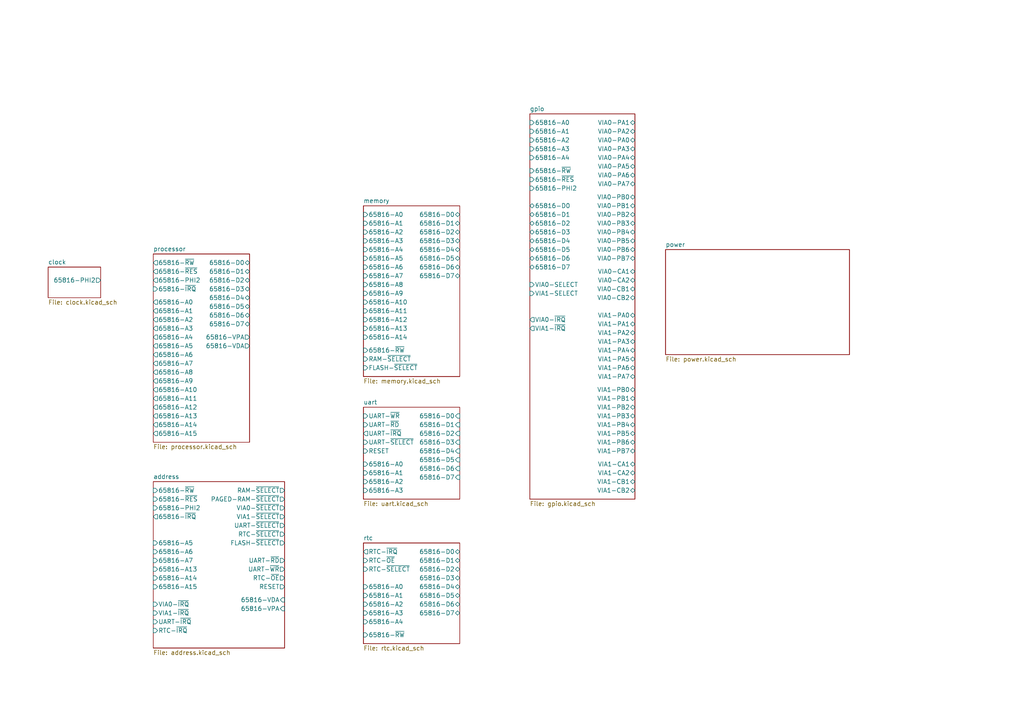
<source format=kicad_sch>
(kicad_sch (version 20211123) (generator eeschema)
  (paper "A4")
  (title_block (title "ROL") (date "2022-01-07") (rev "1.0"))
  (lib_symbols)
  (sheet (at 193.04 72.39) (size 53.34 30.48)
    (property "Sheet name" "power" (at 193.04 71.6784 0) (effects (justify left bottom)))
    (property "Sheet file" "power.kicad_sch" (at 193.04 103.4546 0) (effects (justify left top)))
  )
  (sheet (at 44.45 139.7) (size 38.1 48.26)
    (property "Sheet name" "address" (at 44.45 138.9884 0) (effects (justify left bottom)))
    (property "Sheet file" "address.kicad_sch" (at 44.45 188.5446 0) (effects (justify left top)))
    (pin "65816-PHI2" input (at 44.45 147.32 180))
    (pin "65816-A15" input (at 44.45 170.18 180))
    (pin "65816-A14" input (at 44.45 167.64 180))
    (pin "65816-A13" input (at 44.45 165.1 180))
    (pin "65816-A7" input (at 44.45 162.56 180))
    (pin "65816-A6" input (at 44.45 160.02 180))
    (pin "65816-A5" input (at 44.45 157.48 180))
    (pin "FLASH-~{SELECT}" output (at 82.55 157.48 0))
    (pin "RTC-~{SELECT}" output (at 82.55 154.94 0))
    (pin "UART-~{SELECT}" output (at 82.55 152.4 0))
    (pin "VIA1-~{SELECT}" output (at 82.55 149.86 0))
    (pin "VIA0-~{SELECT}" output (at 82.55 147.32 0))
    (pin "PAGED-RAM-~{SELECT}" output (at 82.55 144.78 0))
    (pin "RAM-~{SELECT}" output (at 82.55 142.24 0))
    (pin "65816-~{RW}" input (at 44.45 142.24 180))
    (pin "65816-~{RES}" input (at 44.45 144.78 180))
    (pin "RTC-~{IRQ}" input (at 44.45 182.88 180))
    (pin "VIA0-~{IRQ}" input (at 44.45 175.26 180))
    (pin "VIA1-~{IRQ}" input (at 44.45 177.8 180))
    (pin "UART-~{IRQ}" input (at 44.45 180.34 180))
    (pin "65816-~{IRQ}" output (at 44.45 149.86 180))
    (pin "RESET" output (at 82.55 170.18 0))
    (pin "UART-~{RD}" output (at 82.55 162.56 0))
    (pin "UART-~{WR}" output (at 82.55 165.1 0))
    (pin "RTC-~{OE}" output (at 82.55 167.64 0))
    (pin "65816-VDA" input (at 82.55 173.99 0))
    (pin "65816-VPA" input (at 82.55 176.53 0))
  )
  (sheet (at 13.97 77.47) (size 15.24 8.89)
    (property "Sheet name" "clock" (at 13.97 76.7584 0) (effects (justify left bottom)))
    (property "Sheet file" "clock.kicad_sch" (at 13.97 86.9446 0) (effects (justify left top)))
    (pin "65816-PHI2" output (at 29.21 81.28 0))
  )
  (sheet (at 44.45 73.66) (size 27.94 54.61)
    (property "Sheet name" "processor" (at 44.45 72.9484 0) (effects (justify left bottom)))
    (property "Sheet file" "processor.kicad_sch" (at 44.45 128.8546 0) (effects (justify left top)))
    (pin "65816-A0" output (at 44.45 87.63 180))
    (pin "65816-~{RES}" output (at 44.45 78.74 180))
    (pin "65816-~{RW}" output (at 44.45 76.2 180))
    (pin "65816-PHI2" output (at 44.45 81.28 180))
    (pin "65816-~{IRQ}" input (at 44.45 83.82 180))
    (pin "65816-D0" bidirectional (at 72.39 76.2 0))
    (pin "65816-D1" bidirectional (at 72.39 78.74 0))
    (pin "65816-D2" bidirectional (at 72.39 81.28 0))
    (pin "65816-D3" bidirectional (at 72.39 83.82 0))
    (pin "65816-D4" bidirectional (at 72.39 86.36 0))
    (pin "65816-D5" bidirectional (at 72.39 88.9 0))
    (pin "65816-D6" bidirectional (at 72.39 91.44 0))
    (pin "65816-D7" bidirectional (at 72.39 93.98 0))
    (pin "65816-A1" output (at 44.45 90.17 180))
    (pin "65816-A2" output (at 44.45 92.71 180))
    (pin "65816-A3" output (at 44.45 95.25 180))
    (pin "65816-A4" output (at 44.45 97.79 180))
    (pin "65816-A5" output (at 44.45 100.33 180))
    (pin "65816-A6" output (at 44.45 102.87 180))
    (pin "65816-A7" output (at 44.45 105.41 180))
    (pin "65816-A8" output (at 44.45 107.95 180))
    (pin "65816-A9" output (at 44.45 110.49 180))
    (pin "65816-A10" output (at 44.45 113.03 180))
    (pin "65816-A11" output (at 44.45 115.57 180))
    (pin "65816-A12" output (at 44.45 118.11 180))
    (pin "65816-A13" output (at 44.45 120.65 180))
    (pin "65816-A14" output (at 44.45 123.19 180))
    (pin "65816-A15" output (at 44.45 125.73 180))
    (pin "65816-VPA" output (at 72.39 97.79 0))
    (pin "65816-VDA" output (at 72.39 100.33 0))
  )
  (sheet (at 153.67 33.02) (size 30.48 111.76)
    (property "Sheet name" "gpio" (at 153.67 32.3084 0) (effects (justify left bottom)))
    (property "Sheet file" "gpio.kicad_sch" (at 153.67 145.3646 0) (effects (justify left top)))
    (pin "65816-A0" input (at 153.67 35.56 180))
    (pin "65816-A1" input (at 153.67 38.1 180))
    (pin "65816-A2" input (at 153.67 40.64 180))
    (pin "65816-A3" input (at 153.67 43.18 180))
    (pin "65816-~{RES}" input (at 153.67 52.07 180))
    (pin "65816-D0" bidirectional (at 153.67 59.69 180))
    (pin "65816-D1" bidirectional (at 153.67 62.23 180))
    (pin "65816-D2" bidirectional (at 153.67 64.77 180))
    (pin "65816-D3" bidirectional (at 153.67 67.31 180))
    (pin "65816-D4" bidirectional (at 153.67 69.85 180))
    (pin "65816-D5" bidirectional (at 153.67 72.39 180))
    (pin "65816-D6" bidirectional (at 153.67 74.93 180))
    (pin "65816-D7" bidirectional (at 153.67 77.47 180))
    (pin "65816-PHI2" input (at 153.67 54.61 180))
    (pin "VIA1-SELECT" input (at 153.67 85.09 180))
    (pin "65816-~{RW}" input (at 153.67 49.53 180))
    (pin "VIA1-~{IRQ}" output (at 153.67 95.25 180))
    (pin "VIA0-SELECT" input (at 153.67 82.55 180))
    (pin "65816-A4" input (at 153.67 45.72 180))
    (pin "VIA0-~{IRQ}" output (at 153.67 92.71 180))
    (pin "VIA0-PA0" bidirectional (at 184.15 40.64 0))
    (pin "VIA0-PA1" bidirectional (at 184.15 35.56 0))
    (pin "VIA0-PA2" bidirectional (at 184.15 38.1 0))
    (pin "VIA0-PA3" bidirectional (at 184.15 43.18 0))
    (pin "VIA0-PA4" bidirectional (at 184.15 45.72 0))
    (pin "VIA0-PA5" bidirectional (at 184.15 48.26 0))
    (pin "VIA0-PA6" bidirectional (at 184.15 50.8 0))
    (pin "VIA0-PA7" bidirectional (at 184.15 53.34 0))
    (pin "VIA0-PB0" bidirectional (at 184.15 57.15 0))
    (pin "VIA0-PB1" bidirectional (at 184.15 59.69 0))
    (pin "VIA0-PB2" bidirectional (at 184.15 62.23 0))
    (pin "VIA0-PB3" bidirectional (at 184.15 64.77 0))
    (pin "VIA0-PB4" bidirectional (at 184.15 67.31 0))
    (pin "VIA0-PB5" bidirectional (at 184.15 69.85 0))
    (pin "VIA0-PB6" bidirectional (at 184.15 72.39 0))
    (pin "VIA0-PB7" bidirectional (at 184.15 74.93 0))
    (pin "VIA0-CA1" bidirectional (at 184.15 78.74 0))
    (pin "VIA0-CA2" bidirectional (at 184.15 81.28 0))
    (pin "VIA0-CB1" bidirectional (at 184.15 83.82 0))
    (pin "VIA0-CB2" bidirectional (at 184.15 86.36 0))
    (pin "VIA1-PA0" bidirectional (at 184.15 91.44 0))
    (pin "VIA1-PA1" bidirectional (at 184.15 93.98 0))
    (pin "VIA1-PA2" bidirectional (at 184.15 96.52 0))
    (pin "VIA1-PA3" bidirectional (at 184.15 99.06 0))
    (pin "VIA1-PA4" bidirectional (at 184.15 101.6 0))
    (pin "VIA1-PA5" bidirectional (at 184.15 104.14 0))
    (pin "VIA1-PA6" bidirectional (at 184.15 106.68 0))
    (pin "VIA1-PA7" bidirectional (at 184.15 109.22 0))
    (pin "VIA1-PB0" bidirectional (at 184.15 113.03 0))
    (pin "VIA1-PB1" bidirectional (at 184.15 115.57 0))
    (pin "VIA1-PB2" bidirectional (at 184.15 118.11 0))
    (pin "VIA1-PB3" bidirectional (at 184.15 120.65 0))
    (pin "VIA1-PB4" bidirectional (at 184.15 123.19 0))
    (pin "VIA1-PB5" bidirectional (at 184.15 125.73 0))
    (pin "VIA1-PB6" bidirectional (at 184.15 128.27 0))
    (pin "VIA1-PB7" bidirectional (at 184.15 130.81 0))
    (pin "VIA1-CA1" bidirectional (at 184.15 134.62 0))
    (pin "VIA1-CA2" bidirectional (at 184.15 137.16 0))
    (pin "VIA1-CB1" bidirectional (at 184.15 139.7 0))
    (pin "VIA1-CB2" bidirectional (at 184.15 142.24 0))
  )
  (sheet (at 105.41 118.11) (size 27.94 26.67)
    (property "Sheet name" "uart" (at 105.41 117.3984 0) (effects (justify left bottom)))
    (property "Sheet file" "uart.kicad_sch" (at 105.41 145.3646 0) (effects (justify left top)))
    (pin "UART-~{WR}" input (at 105.41 120.65 180))
    (pin "UART-~{RD}" input (at 105.41 123.19 180))
    (pin "UART-~{IRQ}" output (at 105.41 125.73 180))
    (pin "65816-A0" input (at 105.41 134.62 180))
    (pin "65816-A1" input (at 105.41 137.16 180))
    (pin "65816-A2" input (at 105.41 139.7 180))
    (pin "65816-A3" input (at 105.41 142.24 180))
    (pin "UART-~{SELECT}" input (at 105.41 128.27 180))
    (pin "RESET" input (at 105.41 130.81 180))
    (pin "65816-D0" input (at 133.35 120.65 0))
    (pin "65816-D1" input (at 133.35 123.19 0))
    (pin "65816-D2" input (at 133.35 125.73 0))
    (pin "65816-D3" input (at 133.35 128.27 0))
    (pin "65816-D4" input (at 133.35 130.81 0))
    (pin "65816-D5" input (at 133.35 133.35 0))
    (pin "65816-D6" input (at 133.35 135.89 0))
    (pin "65816-D7" input (at 133.35 138.43 0))
  )
  (sheet (at 105.41 157.48) (size 27.94 29.21)
    (property "Sheet name" "rtc" (at 105.41 156.7684 0) (effects (justify left bottom)))
    (property "Sheet file" "rtc.kicad_sch" (at 105.41 187.2746 0) (effects (justify left top)))
    (pin "RTC-~{IRQ}" output (at 105.41 160.02 180))
    (pin "65816-A0" input (at 105.41 170.18 180))
    (pin "65816-A1" input (at 105.41 172.72 180))
    (pin "65816-A2" input (at 105.41 175.26 180))
    (pin "65816-A3" input (at 105.41 177.8 180))
    (pin "65816-A4" input (at 105.41 180.34 180))
    (pin "65816-~{RW}" input (at 105.41 184.15 180))
    (pin "65816-D0" bidirectional (at 133.35 160.02 0))
    (pin "65816-D1" bidirectional (at 133.35 162.56 0))
    (pin "65816-D2" bidirectional (at 133.35 165.1 0))
    (pin "65816-D3" bidirectional (at 133.35 167.64 0))
    (pin "65816-D4" bidirectional (at 133.35 170.18 0))
    (pin "65816-D5" bidirectional (at 133.35 172.72 0))
    (pin "65816-D6" bidirectional (at 133.35 175.26 0))
    (pin "65816-D7" bidirectional (at 133.35 177.8 0))
    (pin "RTC-~{OE}" input (at 105.41 162.56 180))
    (pin "RTC-~{SELECT}" input (at 105.41 165.1 180))
  )
  (sheet (at 105.41 59.69) (size 27.94 49.53)
    (property "Sheet name" "memory" (at 105.41 58.9784 0) (effects (justify left bottom)))
    (property "Sheet file" "memory.kicad_sch" (at 105.41 109.8046 0) (effects (justify left top)))
    (pin "65816-A0" input (at 105.41 62.23 180))
    (pin "65816-A1" input (at 105.41 64.77 180))
    (pin "65816-A2" input (at 105.41 67.31 180))
    (pin "65816-A3" input (at 105.41 69.85 180))
    (pin "65816-A4" input (at 105.41 72.39 180))
    (pin "65816-A5" input (at 105.41 74.93 180))
    (pin "65816-A6" input (at 105.41 77.47 180))
    (pin "65816-A7" input (at 105.41 80.01 180))
    (pin "65816-A8" input (at 105.41 82.55 180))
    (pin "65816-A9" input (at 105.41 85.09 180))
    (pin "65816-A10" input (at 105.41 87.63 180))
    (pin "65816-A11" input (at 105.41 90.17 180))
    (pin "65816-A12" input (at 105.41 92.71 180))
    (pin "65816-A13" input (at 105.41 95.25 180))
    (pin "65816-A14" input (at 105.41 97.79 180))
    (pin "65816-~{RW}" input (at 105.41 101.6 180))
    (pin "65816-D0" bidirectional (at 133.35 62.23 0))
    (pin "65816-D1" bidirectional (at 133.35 64.77 0))
    (pin "65816-D2" bidirectional (at 133.35 67.31 0))
    (pin "65816-D3" bidirectional (at 133.35 69.85 0))
    (pin "65816-D4" bidirectional (at 133.35 72.39 0))
    (pin "65816-D5" bidirectional (at 133.35 74.93 0))
    (pin "65816-D6" bidirectional (at 133.35 77.47 0))
    (pin "65816-D7" bidirectional (at 133.35 80.01 0))
    (pin "RAM-~{SELECT}" input (at 105.41 104.14 180))
    (pin "FLASH-~{SELECT}" input (at 105.41 106.68 180))
  )
)
</source>
